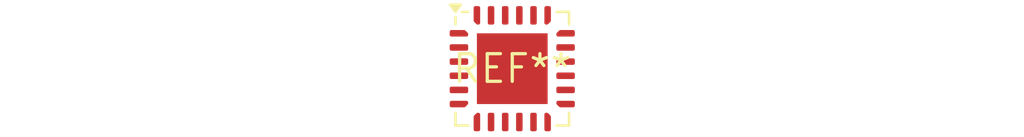
<source format=kicad_pcb>
(kicad_pcb (version 20240108) (generator pcbnew)
  (layers (0 "F.Cu" signal) (31 "B.Cu" signal) (34 "B.Paste" user) (35 "F.Paste" user) (36 "B.SilkS" user "B.Silkscreen") (37 "F.SilkS" user "F.Silkscreen") (38 "B.Mask" user) (39 "F.Mask" user) (44 "Edge.Cuts" user))
  (net 0 "")
  (footprint "QFN-24-1EP_5x5mm_P0.65mm_EP3.25x3.25mm" (layer "F.Cu") (at 0 0)
    (property "Reference" "REF**")
    (property "Value" "QFN-24-1EP_5x5mm_P0.65mm_EP3.25x3.25mm")
    (fp_line (start -2.61 -2.035) (end -2.61 -2.37) (layer "F.SilkS") (stroke (width 0.12)))
    (fp_line (start -2.61 2.61) (end -2.61 2.035) (layer "F.SilkS") (stroke (width 0.12)))
    (fp_line (start -2.035 -2.61) (end -2.31 -2.61) (layer "F.SilkS") (stroke (width 0.12)))
    (fp_line (start -2.035 2.61) (end -2.61 2.61) (layer "F.SilkS") (stroke (width 0.12)))
    (fp_line (start 2.035 -2.61) (end 2.61 -2.61) (layer "F.SilkS") (stroke (width 0.12)))
    (fp_line (start 2.035 2.61) (end 2.61 2.61) (layer "F.SilkS") (stroke (width 0.12)))
    (fp_line (start 2.61 -2.61) (end 2.61 -2.035) (layer "F.SilkS") (stroke (width 0.12)))
    (fp_line (start 2.61 2.61) (end 2.61 2.035) (layer "F.SilkS") (stroke (width 0.12)))
    (fp_poly (pts (xy -2.61 -2.61) (xy -2.85 -2.94) (xy -2.37 -2.94) (xy -2.61 -2.61)) (layer "F.SilkS") (stroke (width 0.12)) (fill solid))
    (pad "1" smd custom (at -2.45 -1.625) (size 0.193934 0.193934) (layers "F.Cu" "F.Paste" "F.Mask") (options (clearance outline) (anchor circle)) (primitives (gr_poly (pts (xy -0.35 -0.075) (xy 0.243934 -0.075) (xy 0.35 0.031066) (xy 0.35 0.075) (xy -0.35 0.075)) (width 0.15) (fill yes))))
    (pad "2" smd roundrect (at -2.45 -0.975) (size 0.85 0.3) (layers "F.Cu" "F.Paste" "F.Mask"))
    (pad "3" smd roundrect (at -2.45 -0.325) (size 0.85 0.3) (layers "F.Cu" "F.Paste" "F.Mask"))
    (pad "4" smd roundrect (at -2.45 0.325) (size 0.85 0.3) (layers "F.Cu" "F.Paste" "F.Mask"))
    (pad "5" smd roundrect (at -2.45 0.975) (size 0.85 0.3) (layers "F.Cu" "F.Paste" "F.Mask"))
    (pad "6" smd custom (at -2.45 1.625) (size 0.193934 0.193934) (layers "F.Cu" "F.Paste" "F.Mask") (options (clearance outline) (anchor circle)) (primitives (gr_poly (pts (xy -0.35 -0.075) (xy 0.35 -0.075) (xy 0.35 -0.031066) (xy 0.243934 0.075) (xy -0.35 0.075)) (width 0.15) (fill yes))))
    (pad "7" smd custom (at -1.625 2.45) (size 0.193934 0.193934) (layers "F.Cu" "F.Paste" "F.Mask") (options (clearance outline) (anchor circle)) (primitives (gr_poly (pts (xy -0.075 -0.243934) (xy 0.031066 -0.35) (xy 0.075 -0.35) (xy 0.075 0.35) (xy -0.075 0.35)) (width 0.15) (fill yes))))
    (pad "8" smd roundrect (at -0.975 2.45) (size 0.3 0.85) (layers "F.Cu" "F.Paste" "F.Mask"))
    (pad "9" smd roundrect (at -0.325 2.45) (size 0.3 0.85) (layers "F.Cu" "F.Paste" "F.Mask"))
    (pad "10" smd roundrect (at 0.325 2.45) (size 0.3 0.85) (layers "F.Cu" "F.Paste" "F.Mask"))
    (pad "11" smd roundrect (at 0.975 2.45) (size 0.3 0.85) (layers "F.Cu" "F.Paste" "F.Mask"))
    (pad "12" smd custom (at 1.625 2.45) (size 0.193934 0.193934) (layers "F.Cu" "F.Paste" "F.Mask") (options (clearance outline) (anchor circle)) (primitives (gr_poly (pts (xy -0.075 -0.35) (xy -0.031066 -0.35) (xy 0.075 -0.243934) (xy 0.075 0.35) (xy -0.075 0.35)) (width 0.15) (fill yes))))
    (pad "13" smd custom (at 2.45 1.625) (size 0.193934 0.193934) (layers "F.Cu" "F.Paste" "F.Mask") (options (clearance outline) (anchor circle)) (primitives (gr_poly (pts (xy -0.35 -0.075) (xy 0.35 -0.075) (xy 0.35 0.075) (xy -0.243934 0.075) (xy -0.35 -0.031066)) (width 0.15) (fill yes))))
    (pad "14" smd roundrect (at 2.45 0.975) (size 0.85 0.3) (layers "F.Cu" "F.Paste" "F.Mask"))
    (pad "15" smd roundrect (at 2.45 0.325) (size 0.85 0.3) (layers "F.Cu" "F.Paste" "F.Mask"))
    (pad "16" smd roundrect (at 2.45 -0.325) (size 0.85 0.3) (layers "F.Cu" "F.Paste" "F.Mask"))
    (pad "17" smd roundrect (at 2.45 -0.975) (size 0.85 0.3) (layers "F.Cu" "F.Paste" "F.Mask"))
    (pad "18" smd custom (at 2.45 -1.625) (size 0.193934 0.193934) (layers "F.Cu" "F.Paste" "F.Mask") (options (clearance outline) (anchor circle)) (primitives (gr_poly (pts (xy -0.35 0.031066) (xy -0.243934 -0.075) (xy 0.35 -0.075) (xy 0.35 0.075) (xy -0.35 0.075)) (width 0.15) (fill yes))))
    (pad "19" smd custom (at 1.625 -2.45) (size 0.193934 0.193934) (layers "F.Cu" "F.Paste" "F.Mask") (options (clearance outline) (anchor circle)) (primitives (gr_poly (pts (xy -0.075 -0.35) (xy 0.075 -0.35) (xy 0.075 0.243934) (xy -0.031066 0.35) (xy -0.075 0.35)) (width 0.15) (fill yes))))
    (pad "20" smd roundrect (at 0.975 -2.45) (size 0.3 0.85) (layers "F.Cu" "F.Paste" "F.Mask"))
    (pad "21" smd roundrect (at 0.325 -2.45) (size 0.3 0.85) (layers "F.Cu" "F.Paste" "F.Mask"))
    (pad "22" smd roundrect (at -0.325 -2.45) (size 0.3 0.85) (layers "F.Cu" "F.Paste" "F.Mask"))
    (pad "23" smd roundrect (at -0.975 -2.45) (size 0.3 0.85) (layers "F.Cu" "F.Paste" "F.Mask"))
    (pad "24" smd custom (at -1.625 -2.45) (size 0.193934 0.193934) (layers "F.Cu" "F.Paste" "F.Mask") (options (clearance outline) (anchor circle)) (primitives (gr_poly (pts (xy -0.075 -0.35) (xy 0.075 -0.35) (xy 0.075 0.35) (xy 0.031066 0.35) (xy -0.075 0.243934)) (width 0.15) (fill yes))))
    (pad "25" smd rect (at 0 0) (size 3.25 3.25) (property pad_prop_heatsink) (layers "F.Cu" "F.Mask"))
  )
)
</source>
